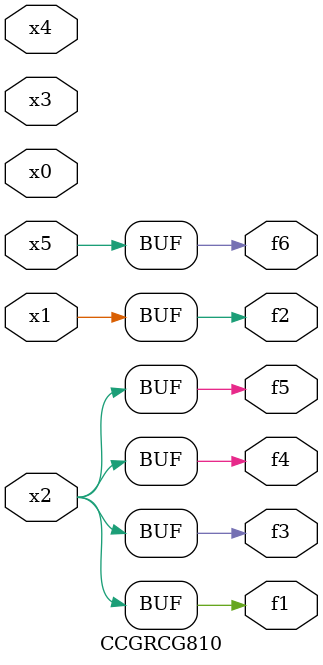
<source format=v>
module CCGRCG810(
	input x0, x1, x2, x3, x4, x5,
	output f1, f2, f3, f4, f5, f6
);
	assign f1 = x2;
	assign f2 = x1;
	assign f3 = x2;
	assign f4 = x2;
	assign f5 = x2;
	assign f6 = x5;
endmodule

</source>
